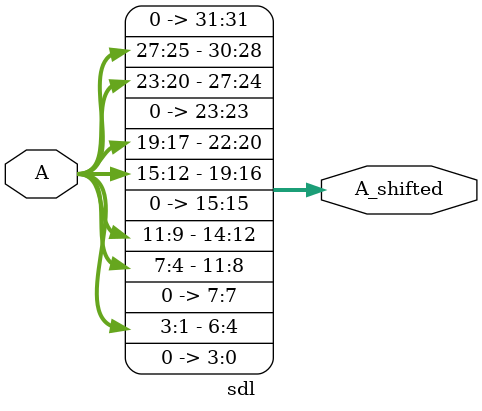
<source format=v>
module sdl(
    output[31:0] A_shifted,
    input[31:0] A
);
// Set the top border
assign A_shifted[3:0] = 4'b0;
// Set right
assign A_shifted[7] = 1'b0;
assign A_shifted[15] = 1'b0;
assign A_shifted[23] = 1'b0;
assign A_shifted[31] = 1'b0;

// Set the rest
assign A_shifted[6:4] = A[3:1];
assign A_shifted[11:8] = A[7:4];

assign A_shifted[14:12] = A[11:9];
assign A_shifted[19:16] = A[15:12];

assign A_shifted[22:20] = A[19:17];
assign A_shifted[27:24] = A[23:20];

assign A_shifted[30:28] = A[27:25];
endmodule
</source>
